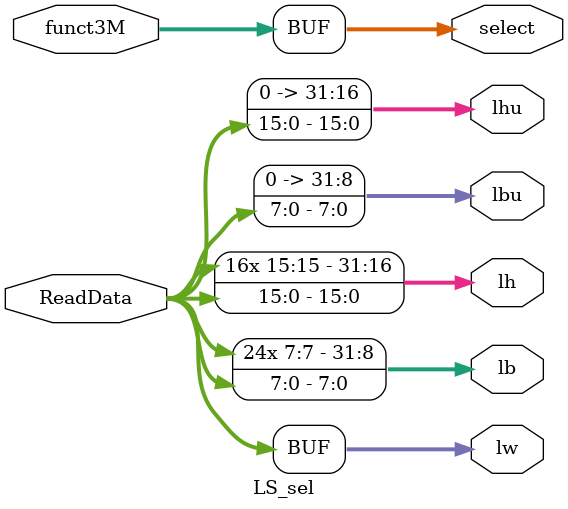
<source format=sv>
module LS_sel (
	input logic [2:0] funct3M,
	input logic [31:0] ReadData,
	output logic [2:0] select,
	output logic [31:0] lw,
	output logic [31:0] lb,
	output logic [31:0] lh,
	output logic [31:0] lbu,
	output logic [31:0] lhu
);
assign select = funct3M;
assign lw = ReadData;
assign lbu = {24'b0, ReadData[7:0]};
assign lhu = {16'b0, ReadData[15:0]};
assign lb = {{24{ReadData[7]}}, ReadData [7:0]};
assign lh = {{16{ReadData[15]}}, ReadData [15:0]};
endmodule
</source>
